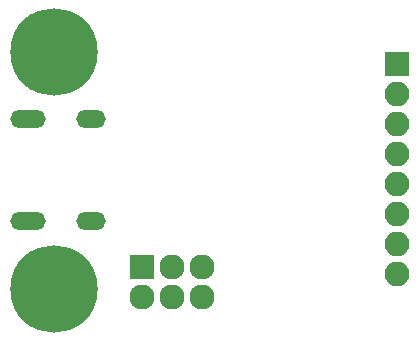
<source format=gbs>
G04 #@! TF.GenerationSoftware,KiCad,Pcbnew,(5.1.2)-1*
G04 #@! TF.CreationDate,2019-06-03T23:01:36-07:00*
G04 #@! TF.ProjectId,USB-PD-Breakout,5553422d-5044-42d4-9272-65616b6f7574,rev?*
G04 #@! TF.SameCoordinates,PX60e4b00PY60e4b00*
G04 #@! TF.FileFunction,Soldermask,Bot*
G04 #@! TF.FilePolarity,Negative*
%FSLAX46Y46*%
G04 Gerber Fmt 4.6, Leading zero omitted, Abs format (unit mm)*
G04 Created by KiCad (PCBNEW (5.1.2)-1) date 2019-06-03 23:01:36*
%MOMM*%
%LPD*%
G04 APERTURE LIST*
%ADD10O,3.000000X1.500000*%
%ADD11O,2.500000X1.500000*%
%ADD12R,2.127200X2.127200*%
%ADD13O,2.127200X2.127200*%
%ADD14C,7.400000*%
%ADD15C,1.000000*%
%ADD16O,2.100000X2.100000*%
%ADD17R,2.100000X2.100000*%
G04 APERTURE END LIST*
D10*
X1770000Y9680000D03*
X1770000Y18320000D03*
D11*
X7130000Y9680000D03*
X7130000Y18320000D03*
D12*
X11430000Y5795000D03*
D13*
X11430000Y3255000D03*
X13970000Y5795000D03*
X13970000Y3255000D03*
X16510000Y5795000D03*
X16510000Y3255000D03*
D14*
X4000000Y3890000D03*
D15*
X6625000Y3890000D03*
X5856155Y2033845D03*
X4000000Y1265000D03*
X2143845Y2033845D03*
X1375000Y3890000D03*
X2143845Y5746155D03*
X4000000Y6515000D03*
X5856155Y5746155D03*
D14*
X4000000Y24000000D03*
D15*
X6625000Y24000000D03*
X5856155Y22143845D03*
X4000000Y21375000D03*
X2143845Y22143845D03*
X1375000Y24000000D03*
X2143845Y25856155D03*
X4000000Y26625000D03*
X5856155Y25856155D03*
D16*
X33020000Y5160000D03*
X33020000Y7700000D03*
X33020000Y10240000D03*
X33020000Y12780000D03*
X33020000Y15320000D03*
X33020000Y17860000D03*
X33020000Y20400000D03*
D17*
X33020000Y22940000D03*
M02*

</source>
